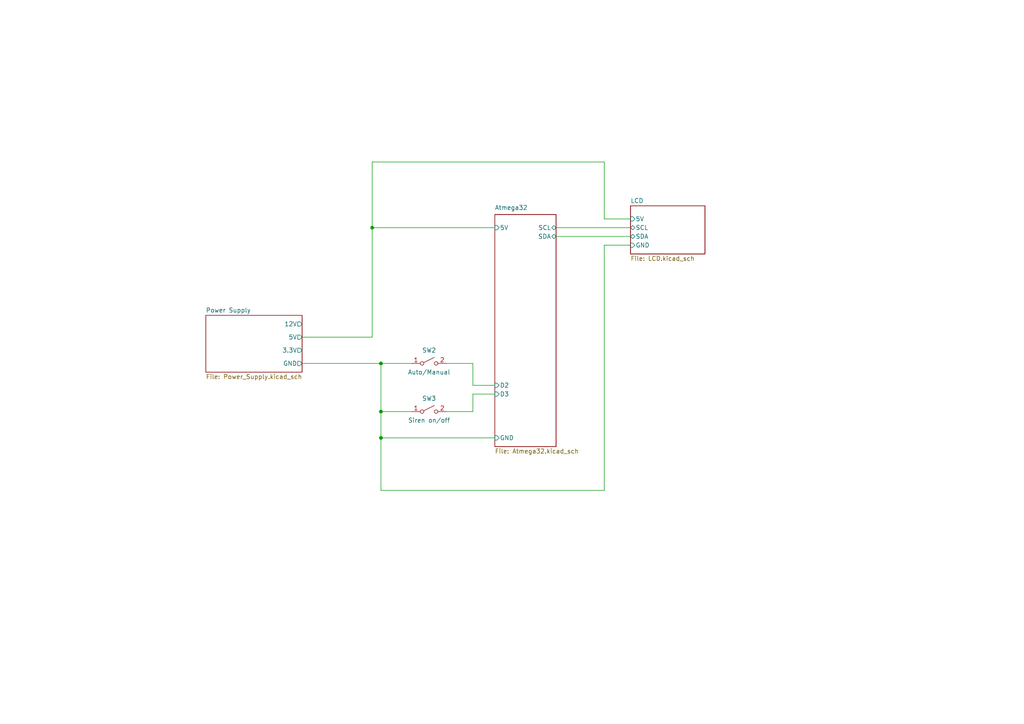
<source format=kicad_sch>
(kicad_sch (version 20211123) (generator eeschema)
  (paper "A4")
  (lib_symbols
    (symbol "Switch:SW_SPST" (pin_names (offset 0) hide)
      (property "Reference" "SW" (at 0 3.175 0))
      (property "Value" "SW_SPST" (at 0 -2.54 0))
      (symbol "SW_SPST_0_0"
        (circle (center -2.032 0) (radius 0.508))
        (polyline (pts (xy -1.524 0.254) (xy 1.524 1.778)))
        (circle (center 2.032 0) (radius 0.508))
      )
      (symbol "SW_SPST_1_1"
        (pin passive line (at -5.08 0 0) (length 2.54) (name "A") (number "1"))
        (pin passive line (at 5.08 0 180) (length 2.54) (name "B") (number "2"))
      )
    )
  )
  (junction (at 110.49 127))
  (junction (at 110.49 105.41))
  (junction (at 110.49 119.38))
  (junction (at 107.95 66.04))
  (wire (pts (xy 137.16 105.41) (xy 137.16 111.76)))
  (wire (pts (xy 107.95 46.99) (xy 175.26 46.99)))
  (wire (pts (xy 107.95 66.04) (xy 107.95 97.79)))
  (wire (pts (xy 137.16 105.41) (xy 129.54 105.41)))
  (wire (pts (xy 175.26 142.24) (xy 110.49 142.24)))
  (wire (pts (xy 107.95 97.79) (xy 87.63 97.79)))
  (wire (pts (xy 110.49 127) (xy 110.49 119.38)))
  (wire (pts (xy 182.88 63.5) (xy 175.26 63.5)))
  (wire (pts (xy 175.26 71.12) (xy 175.26 142.24)))
  (wire (pts (xy 161.29 66.04) (xy 182.88 66.04)))
  (wire (pts (xy 110.49 105.41) (xy 119.38 105.41)))
  (wire (pts (xy 161.29 68.58) (xy 182.88 68.58)))
  (wire (pts (xy 110.49 105.41) (xy 87.63 105.41)))
  (wire (pts (xy 110.49 119.38) (xy 119.38 119.38)))
  (wire (pts (xy 110.49 119.38) (xy 110.49 105.41)))
  (wire (pts (xy 137.16 111.76) (xy 143.51 111.76)))
  (wire (pts (xy 137.16 114.3) (xy 137.16 119.38)))
  (wire (pts (xy 129.54 119.38) (xy 137.16 119.38)))
  (wire (pts (xy 110.49 142.24) (xy 110.49 127)))
  (wire (pts (xy 175.26 63.5) (xy 175.26 46.99)))
  (wire (pts (xy 137.16 114.3) (xy 143.51 114.3)))
  (wire (pts (xy 107.95 46.99) (xy 107.95 66.04)))
  (wire (pts (xy 107.95 66.04) (xy 143.51 66.04)))
  (wire (pts (xy 182.88 71.12) (xy 175.26 71.12)))
  (wire (pts (xy 110.49 127) (xy 143.51 127)))
  (symbol (lib_id "Switch:SW_SPST") (at 124.46 105.41 0) (unit 1)
    (property "Reference" "SW2" (at 124.46 101.6 0))
    (property "Value" "Auto/Manual" (at 124.46 107.95 0))
    (property "Footprint" "Button_Switch_THT:SW_DIP_SPSTx01_Slide_9.78x4.72mm_W7.62mm_P2.54mm" (effects hide))
  )
  (symbol (lib_id "Switch:SW_SPST") (at 124.46 119.38 0) (unit 1)
    (property "Reference" "SW3" (at 124.46 115.57 0))
    (property "Value" "Siren on/off" (at 124.46 121.92 0))
    (property "Footprint" "Button_Switch_THT:SW_DIP_SPSTx01_Slide_9.78x4.72mm_W7.62mm_P2.54mm" (effects hide))
  )
  (sheet (at 182.88 59.69) (size 21.59 13.97) (stroke (width 0.1524))
    (property "Sheet name" "LCD" (at 182.88 58.9784 0) (effects (justify left bottom)))
    (property "Sheet file" "LCD.kicad_sch" (at 182.88 74.2446 0) (effects (justify left top)))
    (pin "SCL" bidirectional (at 182.88 66.04 180))
    (pin "SDA" bidirectional (at 182.88 68.58 180))
    (pin "GND" input (at 182.88 71.12 180))
    (pin "5V" input (at 182.88 63.5 180))
  )
  (sheet (at 143.51 62.23) (size 17.78 67.31) (stroke (width 0.1524))
    (property "Sheet name" "Atmega32" (at 143.51 60.96 0) (effects (justify left bottom)))
    (property "Sheet file" "Atmega32.kicad_sch" (at 143.51 130.1246 0) (effects (justify left top)))
    (pin "5V" input (at 143.51 66.04 180))
    (pin "GND" input (at 143.51 127 180))
    (pin "SDA" bidirectional (at 161.29 68.58 0))
    (pin "SCL" bidirectional (at 161.29 66.04 0))
    (pin "D2" input (at 143.51 111.76 180))
    (pin "D3" input (at 143.51 114.3 180))
  )
  (sheet (at 59.69 91.44) (size 27.94 16.51) (stroke (width 0.1524))
    (property "Sheet name" "Power Supply" (at 59.69 90.7284 0) (effects (justify left bottom)))
    (property "Sheet file" "Power_Supply.kicad_sch" (at 59.69 108.5346 0) (effects (justify left top)))
    (pin "GND" output (at 87.63 105.41 0))
    (pin "5V" output (at 87.63 97.79 0))
    (pin "3.3V" output (at 87.63 101.6 0))
    (pin "12V" output (at 87.63 93.98 0))
  )
)
</source>
